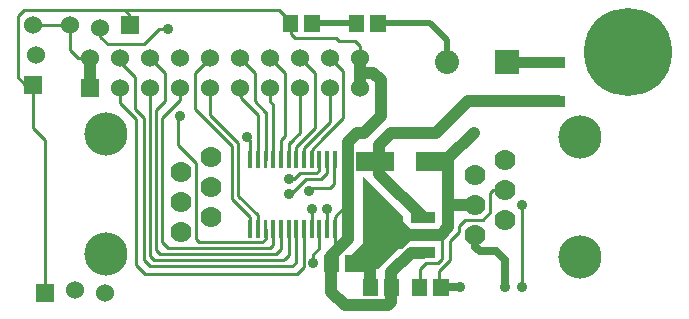
<source format=gbr>
G04 start of page 2 for group 0 idx 0 *
G04 Title: (unknown), component *
G04 Creator: pcb 20140316 *
G04 CreationDate: Tue 10 May 2016 09:41:56 AM GMT UTC *
G04 For: ndholmes *
G04 Format: Gerber/RS-274X *
G04 PCB-Dimensions (mil): 2220.00 1040.00 *
G04 PCB-Coordinate-Origin: lower left *
%MOIN*%
%FSLAX25Y25*%
%LNTOP*%
%ADD33C,0.0300*%
%ADD32C,0.0480*%
%ADD31C,0.0380*%
%ADD30C,0.1280*%
%ADD29C,0.1285*%
%ADD28C,0.0360*%
%ADD27R,0.0130X0.0130*%
%ADD26R,0.0945X0.0945*%
%ADD25R,0.0378X0.0378*%
%ADD24R,0.0360X0.0360*%
%ADD23R,0.0630X0.0630*%
%ADD22R,0.0512X0.0512*%
%ADD21C,0.0700*%
%ADD20C,0.0800*%
%ADD19C,0.0600*%
%ADD18C,0.1440*%
%ADD17C,0.2937*%
%ADD16C,0.0350*%
%ADD15C,0.0250*%
%ADD14C,0.0400*%
%ADD13C,0.0200*%
%ADD12C,0.0100*%
%ADD11C,0.0001*%
G54D11*G36*
X118000Y15500D02*Y14500D01*
X114000D01*
Y20500D01*
X117500Y24000D01*
Y46500D01*
X131000Y33000D01*
Y22500D01*
X129500D01*
X122500Y15500D01*
X118000D01*
G37*
G54D12*X93500Y98000D02*Y94000D01*
X95000Y92500D01*
X108500D01*
X109500Y91500D01*
X115000D01*
X116500Y90000D01*
Y85500D01*
G54D13*X145500Y92000D02*Y84500D01*
G54D12*X111000Y81500D02*X106500Y86000D01*
X101500Y81000D02*X96500Y86000D01*
X91500Y81000D02*X86500Y86000D01*
G54D14*X116500D02*Y76000D01*
G54D12*X89500Y102000D02*X93500Y98000D01*
G54D13*X100543Y97500D02*X115457D01*
X122543D02*X140000D01*
X145500Y92000D01*
G54D12*X106500Y64500D02*Y76000D01*
X111000Y66000D02*Y81500D01*
X101500Y62500D02*Y81000D01*
X104000Y59000D02*X111000Y66000D01*
X93000Y57500D02*X96500Y61000D01*
Y76500D01*
X91500Y60000D02*Y81000D01*
X90162Y58662D02*X91500Y60000D01*
X85000Y68000D02*X81500Y71500D01*
Y81000D01*
X87603Y70397D02*X86500Y71500D01*
Y76000D01*
X85044Y67956D02*X84000Y69000D01*
G54D14*X123000Y47348D02*X137442Y32906D01*
X146000Y29500D02*Y52500D01*
Y51500D02*Y52500D01*
G54D12*X149500Y28000D02*Y30000D01*
G54D14*X136500Y27000D02*X143500D01*
G54D12*X138500Y17500D02*X142500D01*
X144000Y19000D01*
Y27500D01*
G54D14*X143500Y27000D02*X146000Y29500D01*
G54D12*X146500Y25000D02*X149500Y28000D01*
X143000Y12500D02*Y15000D01*
G54D15*X150000Y9500D02*X143500D01*
G54D12*X143000Y14000D02*Y9000D01*
Y15000D02*X146500Y18500D01*
Y25000D01*
G54D15*X165000Y18500D02*X162000Y21500D01*
X156500D01*
X155000Y23000D01*
Y27000D01*
X165000Y9500D02*Y18500D01*
G54D12*X170500Y37000D02*Y9500D01*
G54D14*X182500Y71600D02*X152600D01*
X146000Y37000D02*X155000D01*
X146000Y52500D02*X154500Y61000D01*
G54D12*X149500Y30000D02*X151500Y32000D01*
X157500D01*
X160000Y34500D01*
Y41000D01*
X161000Y42000D01*
X165000D01*
X165500Y42500D01*
G54D14*X152600Y71600D02*X142000Y61000D01*
G54D16*X165500Y84500D02*X182500D01*
G54D14*X127000Y12000D02*Y14500D01*
X133500Y21000D01*
X137500D01*
G54D12*X136500Y12500D02*Y15500D01*
X138500Y17500D01*
X136500Y13500D02*Y8500D01*
G54D14*X120000Y11500D02*Y29500D01*
X113500Y17500D02*X120000D01*
X107000D02*Y8000D01*
G54D12*X105515Y28886D02*Y35485D01*
X105500Y35500D01*
X108074Y33074D02*X112500Y37500D01*
X108074Y33074D02*Y22074D01*
X107000Y21000D01*
G54D14*Y8000D02*X111500Y3500D01*
X126000D01*
X127000Y4500D01*
Y12500D01*
X123500Y66500D02*Y78500D01*
X121000Y81000D01*
X116500D01*
X142000Y61000D02*X127000D01*
X123000Y57000D01*
Y52842D01*
X121658Y51500D01*
X123000Y52500D02*Y47348D01*
X118000Y61000D02*X123500Y66500D01*
X112500Y54500D02*Y58000D01*
X115500Y61000D01*
X118000D01*
G54D12*X105500Y47500D02*Y52099D01*
X105515Y52114D01*
X108000Y44000D02*Y52040D01*
X108074Y52114D01*
G54D14*X26500Y86500D02*Y76000D01*
G54D12*X36500Y86000D02*Y84500D01*
X32500Y90500D02*X30000Y93000D01*
Y97500D01*
X7500Y77000D02*X5000D01*
X2500Y79500D01*
Y100000D01*
X4500Y102000D01*
X38000D01*
X7500Y97000D02*X20000D01*
Y88500D01*
X22500Y86000D01*
X26500D01*
X7500Y76500D02*X7000Y77000D01*
X42000Y65500D02*Y17000D01*
X44500Y66000D02*Y18500D01*
X46500Y76000D02*Y20000D01*
X48500Y68500D02*Y22000D01*
X50500Y24500D02*Y66000D01*
X46500Y20000D02*X48000Y18500D01*
X52500Y22500D02*X50500Y24500D01*
X48500Y22000D02*X50000Y20500D01*
X44500Y18500D02*X46500Y16500D01*
X42000Y17000D02*X45000Y14000D01*
X11500Y7500D02*Y58500D01*
X7500Y62500D01*
Y76500D01*
X36500Y76000D02*Y71000D01*
X42000Y65500D01*
X41500Y79500D02*Y69000D01*
X44500Y66000D01*
X36500Y84500D02*X41500Y79500D01*
X46500Y86000D02*X51500Y81000D01*
Y71500D01*
X48500Y68500D01*
X50500Y66000D02*X56500Y72000D01*
Y76500D01*
X49500Y95500D02*X44500Y90500D01*
X32500D01*
X38000Y102000D02*X39500Y100500D01*
Y96500D01*
X36000Y102000D02*X89500D01*
X52500Y95500D02*X49500D01*
X87603Y52114D02*Y70397D01*
X85044Y52114D02*Y67956D01*
X82485Y52114D02*Y67015D01*
X81250Y68250D01*
X79926Y52114D02*Y58574D01*
X79000Y59500D01*
X79926Y28886D02*Y33074D01*
X74000Y39000D01*
X82485Y28886D02*Y33515D01*
X87603Y28886D02*Y23603D01*
X86500Y22500D01*
X85044Y28886D02*Y25544D01*
X84000Y24500D01*
X82485Y33515D02*X76000Y40000D01*
X81500Y81000D02*X76500Y86000D01*
X61500Y81000D02*X66500Y86000D01*
X82500Y67000D02*X77000Y72500D01*
Y76000D01*
X66500D02*Y67000D01*
X61500Y69000D02*Y81000D01*
X79000Y59500D02*Y59000D01*
X74000Y39000D02*Y56500D01*
X76000Y57500D02*Y40000D01*
X86500Y22500D02*X52500D01*
X84000Y24500D02*X63000D01*
X62000Y25500D01*
X90162Y28886D02*Y22162D01*
X89000Y21000D01*
X50000Y20500D02*X88500D01*
X48000Y18500D02*X91000D01*
X46500Y16500D02*X94000D01*
X45000Y14000D02*X95500D01*
X62000Y25500D02*Y51000D01*
X74000Y56500D02*X70000Y60500D01*
X66500Y67000D02*X76000Y57500D01*
X70500Y60000D02*X61500Y69000D01*
X62000Y51000D02*X56000Y57000D01*
Y67000D01*
X94500Y59000D02*X92750Y57250D01*
Y52143D01*
X90162Y52114D02*Y58662D01*
X88500Y20500D02*X90000Y22000D01*
X91000Y18500D02*X92500Y20000D01*
X92721Y20221D02*X91500Y19000D01*
X102956Y22456D02*X101000Y20500D01*
X97838Y28886D02*Y16338D01*
X95279Y28886D02*Y17779D01*
X92721Y28886D02*Y20221D01*
X95500Y14000D02*X97500Y16000D01*
X101000Y17500D02*Y20500D01*
X97838Y16338D02*X96500Y15000D01*
X95279Y17779D02*X94000Y16500D01*
X98500Y45500D02*X93000Y40000D01*
Y45500D02*X94500D01*
X96500Y47500D01*
X92750Y52143D02*X92721Y52114D01*
X95250Y56250D02*Y52143D01*
X95279Y52114D01*
X97838D02*Y55838D01*
X103500Y45500D02*X98500D01*
X101500Y62500D02*X95250Y56250D01*
X97838Y55838D02*X106500Y64500D01*
X100397Y55397D02*X104250Y59250D01*
X99500Y42500D02*X106500D01*
X100397Y52114D02*Y55397D01*
X102956Y52114D02*Y48456D01*
X102000Y47500D01*
X103500Y45500D02*X105500Y47500D01*
X102000D02*X96500D01*
G54D14*X112500Y25500D02*Y55500D01*
G54D12*X106500Y42500D02*X108000Y44000D01*
X102956Y28886D02*Y22456D01*
X100397Y28886D02*Y35397D01*
X100500Y35000D02*X100000Y35500D01*
X100397Y35397D02*X100500Y35500D01*
G54D14*X107000Y17000D02*Y20000D01*
X112500Y25500D01*
G54D17*X206000Y88000D03*
G54D18*X189925Y19500D03*
Y59500D03*
G54D19*X56500Y76000D03*
X66500D03*
X76500D03*
X66500Y86000D03*
X76500D03*
X86500D03*
X96500D03*
X106500D03*
X116500D03*
X86500Y76000D03*
X96500D03*
X106500D03*
X116500D03*
G54D20*X145500Y84500D03*
G54D21*X154925Y27000D03*
Y37000D03*
Y47000D03*
X164925Y32000D03*
Y42000D03*
Y52000D03*
G54D11*G36*
X161500Y88500D02*Y80500D01*
X169500D01*
Y88500D01*
X161500D01*
G37*
G54D21*X67000Y53000D03*
X57000Y48000D03*
X67000Y43000D03*
X57000Y38000D03*
X67000Y33000D03*
X57000Y28000D03*
G54D18*X32000Y20500D03*
G54D11*G36*
X8500Y10500D02*Y4500D01*
X14500D01*
Y10500D01*
X8500D01*
G37*
G54D19*X21500Y8500D03*
X31500Y7500D03*
G54D11*G36*
X23500Y79000D02*Y73000D01*
X29500D01*
Y79000D01*
X23500D01*
G37*
G54D19*X36500Y76000D03*
G54D18*X32000Y60500D03*
G54D19*X46500Y76000D03*
Y86000D03*
X56500D03*
X26500D03*
X36500D03*
G54D11*G36*
X37000Y100000D02*Y94000D01*
X43000D01*
Y100000D01*
X37000D01*
G37*
G54D19*X30000Y96000D03*
X20000Y97000D03*
G54D11*G36*
X4500Y80000D02*Y74000D01*
X10500D01*
Y80000D01*
X4500D01*
G37*
G54D19*X8500Y87000D03*
X7500Y97000D03*
G54D22*X93457Y97893D02*Y97107D01*
X100543Y97893D02*Y97107D01*
X122543Y97893D02*Y97107D01*
X115457Y97893D02*Y97107D01*
G54D23*X118508Y51500D02*X124807D01*
X138193D02*X144492D01*
G54D24*X181900Y71600D02*X183100D01*
X181900Y84500D02*X183100D01*
G54D25*X135395Y21094D02*X139489D01*
X127679Y27000D02*X139489D01*
G54D26*X124055D02*X125945D01*
G54D11*G36*
X129250Y23695D02*X132090Y26535D01*
X133510Y25115D01*
X130670Y22275D01*
X129250Y23695D01*
G37*
G36*
X130670Y31725D02*X133510Y28885D01*
X132090Y27465D01*
X129250Y30305D01*
X130670Y31725D01*
G37*
G54D25*X135395Y32906D02*X139489D01*
G54D27*X108074Y54417D02*Y49811D01*
X105515Y54417D02*Y49811D01*
X102956Y54417D02*Y49811D01*
X100397Y54417D02*Y49811D01*
X97838Y54417D02*Y49811D01*
X95279Y54417D02*Y49811D01*
X92721Y54417D02*Y49811D01*
X90162Y54417D02*Y49811D01*
X87603Y54417D02*Y49811D01*
X85044Y54417D02*Y49811D01*
X82485Y54417D02*Y49811D01*
X79926Y54417D02*Y49811D01*
Y31189D02*Y26583D01*
X82485Y31189D02*Y26583D01*
X85044Y31189D02*Y26583D01*
X87603Y31189D02*Y26583D01*
X90162Y31189D02*Y26583D01*
X92721Y31189D02*Y26583D01*
X95279Y31189D02*Y26583D01*
X97838Y31189D02*Y26583D01*
X100397Y31189D02*Y26583D01*
X102956Y31189D02*Y26583D01*
X105515Y31189D02*Y26583D01*
G54D22*X106957Y17893D02*Y17107D01*
X114043Y17893D02*Y17107D01*
G54D27*X108074Y31189D02*Y26583D01*
G54D22*X127043Y9893D02*Y9107D01*
X119957Y9893D02*Y9107D01*
X143543Y9893D02*Y9107D01*
X136457Y9893D02*Y9107D01*
G54D28*X52500Y95500D03*
X56500Y66500D03*
X93000Y40500D03*
Y45500D03*
X79000Y59500D03*
X105500Y35500D03*
X101000Y17500D03*
X100500Y35500D03*
X99500Y41500D03*
G54D14*X154500Y61000D03*
G54D28*X150000Y9500D03*
X170500Y37000D03*
X165000Y9500D03*
X170500D03*
G54D13*G54D29*G54D30*G54D31*G54D32*G54D33*G54D32*G54D33*G54D30*G54D31*G54D30*G54D31*M02*

</source>
